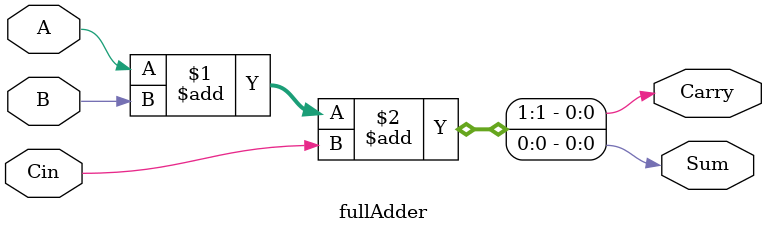
<source format=v>
`timescale 1ns / 1ps



module fullAdder (A, B, Cin, Sum, Carry);
    input A, B, Cin;
    output Sum, Carry;
    assign {Carry,Sum} = A + B + Cin;
endmodule

</source>
